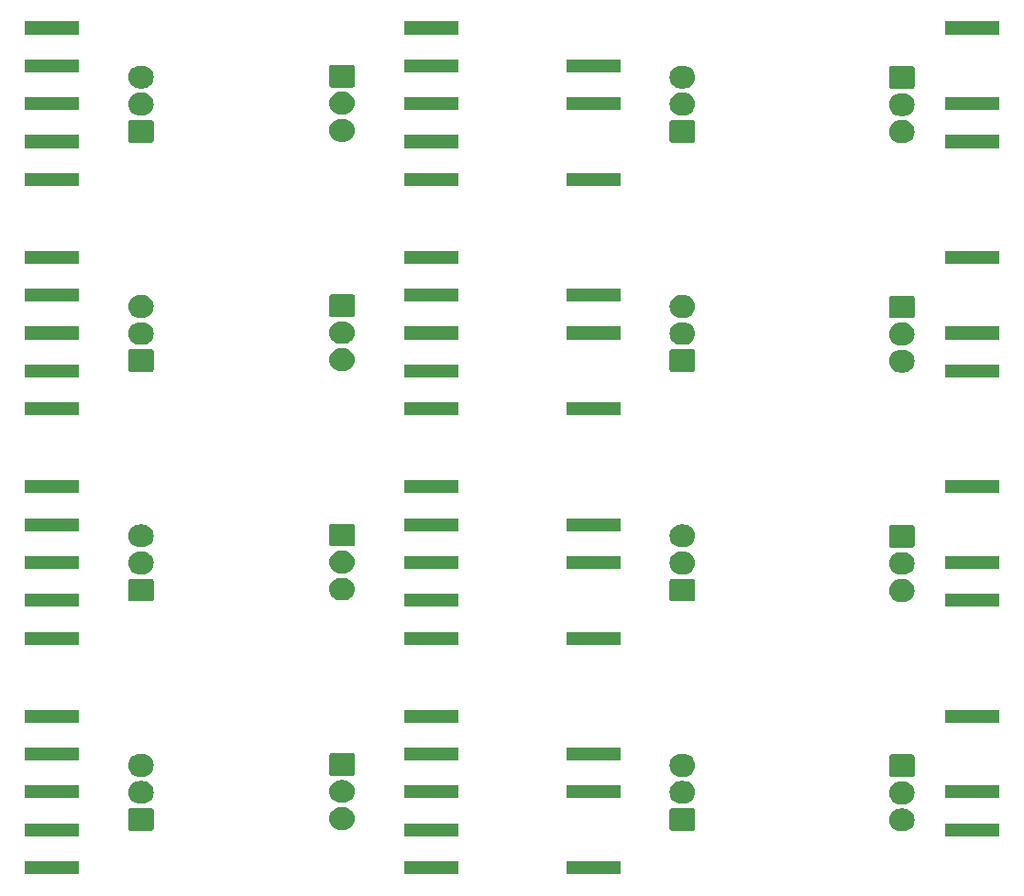
<source format=gts>
G04 #@! TF.GenerationSoftware,KiCad,Pcbnew,(5.1.0)-1*
G04 #@! TF.CreationDate,2019-06-08T19:04:16-04:00*
G04 #@! TF.ProjectId,input+output_panel,696e7075-742b-46f7-9574-7075745f7061,0.1*
G04 #@! TF.SameCoordinates,Original*
G04 #@! TF.FileFunction,Soldermask,Top*
G04 #@! TF.FilePolarity,Negative*
%FSLAX46Y46*%
G04 Gerber Fmt 4.6, Leading zero omitted, Abs format (unit mm)*
G04 Created by KiCad (PCBNEW (5.1.0)-1) date 2019-06-08 19:04:16*
%MOMM*%
%LPD*%
G04 APERTURE LIST*
%ADD10C,0.100000*%
G04 APERTURE END LIST*
D10*
G36*
X148299000Y-121519000D02*
G01*
X143299000Y-121519000D01*
X143299000Y-120319000D01*
X148299000Y-120319000D01*
X148299000Y-121519000D01*
X148299000Y-121519000D01*
G37*
G36*
X98299000Y-121519000D02*
G01*
X93299000Y-121519000D01*
X93299000Y-120319000D01*
X98299000Y-120319000D01*
X98299000Y-121519000D01*
X98299000Y-121519000D01*
G37*
G36*
X133299000Y-121519000D02*
G01*
X128299000Y-121519000D01*
X128299000Y-120319000D01*
X133299000Y-120319000D01*
X133299000Y-121519000D01*
X133299000Y-121519000D01*
G37*
G36*
X98299000Y-118019000D02*
G01*
X93299000Y-118019000D01*
X93299000Y-116819000D01*
X98299000Y-116819000D01*
X98299000Y-118019000D01*
X98299000Y-118019000D01*
G37*
G36*
X183299000Y-118019000D02*
G01*
X178299000Y-118019000D01*
X178299000Y-116819000D01*
X183299000Y-116819000D01*
X183299000Y-118019000D01*
X183299000Y-118019000D01*
G37*
G36*
X133299000Y-118019000D02*
G01*
X128299000Y-118019000D01*
X128299000Y-116819000D01*
X133299000Y-116819000D01*
X133299000Y-118019000D01*
X133299000Y-118019000D01*
G37*
G36*
X174535707Y-115463597D02*
G01*
X174612836Y-115471193D01*
X174810762Y-115531233D01*
X174810765Y-115531234D01*
X174993170Y-115628732D01*
X175153055Y-115759945D01*
X175284268Y-115919830D01*
X175381766Y-116102235D01*
X175381767Y-116102238D01*
X175441807Y-116300164D01*
X175462080Y-116506000D01*
X175441807Y-116711836D01*
X175420291Y-116782765D01*
X175381766Y-116909765D01*
X175284268Y-117092170D01*
X175153055Y-117252055D01*
X174993170Y-117383268D01*
X174810765Y-117480766D01*
X174810762Y-117480767D01*
X174612836Y-117540807D01*
X174535707Y-117548404D01*
X174458580Y-117556000D01*
X174105420Y-117556000D01*
X174028293Y-117548404D01*
X173951164Y-117540807D01*
X173753238Y-117480767D01*
X173753235Y-117480766D01*
X173570830Y-117383268D01*
X173410945Y-117252055D01*
X173279732Y-117092170D01*
X173182234Y-116909765D01*
X173143709Y-116782765D01*
X173122193Y-116711836D01*
X173101920Y-116506000D01*
X173122193Y-116300164D01*
X173182233Y-116102238D01*
X173182234Y-116102235D01*
X173279732Y-115919830D01*
X173410945Y-115759945D01*
X173570830Y-115628732D01*
X173753235Y-115531234D01*
X173753238Y-115531233D01*
X173951164Y-115471193D01*
X174028293Y-115463597D01*
X174105420Y-115456000D01*
X174458580Y-115456000D01*
X174535707Y-115463597D01*
X174535707Y-115463597D01*
G37*
G36*
X155010326Y-115413831D02*
G01*
X155051596Y-115426350D01*
X155089631Y-115446681D01*
X155122964Y-115474036D01*
X155150319Y-115507369D01*
X155170650Y-115545404D01*
X155183169Y-115586674D01*
X155188000Y-115635727D01*
X155188000Y-117282273D01*
X155183169Y-117331326D01*
X155170650Y-117372596D01*
X155150319Y-117410631D01*
X155122964Y-117443964D01*
X155089631Y-117471319D01*
X155051596Y-117491650D01*
X155010326Y-117504169D01*
X154961273Y-117509000D01*
X153064727Y-117509000D01*
X153015674Y-117504169D01*
X152974404Y-117491650D01*
X152936369Y-117471319D01*
X152903036Y-117443964D01*
X152875681Y-117410631D01*
X152855350Y-117372596D01*
X152842831Y-117331326D01*
X152838000Y-117282273D01*
X152838000Y-115635727D01*
X152842831Y-115586674D01*
X152855350Y-115545404D01*
X152875681Y-115507369D01*
X152903036Y-115474036D01*
X152936369Y-115446681D01*
X152974404Y-115426350D01*
X153015674Y-115413831D01*
X153064727Y-115409000D01*
X154961273Y-115409000D01*
X155010326Y-115413831D01*
X155010326Y-115413831D01*
G37*
G36*
X105010326Y-115413831D02*
G01*
X105051596Y-115426350D01*
X105089631Y-115446681D01*
X105122964Y-115474036D01*
X105150319Y-115507369D01*
X105170650Y-115545404D01*
X105183169Y-115586674D01*
X105188000Y-115635727D01*
X105188000Y-117282273D01*
X105183169Y-117331326D01*
X105170650Y-117372596D01*
X105150319Y-117410631D01*
X105122964Y-117443964D01*
X105089631Y-117471319D01*
X105051596Y-117491650D01*
X105010326Y-117504169D01*
X104961273Y-117509000D01*
X103064727Y-117509000D01*
X103015674Y-117504169D01*
X102974404Y-117491650D01*
X102936369Y-117471319D01*
X102903036Y-117443964D01*
X102875681Y-117410631D01*
X102855350Y-117372596D01*
X102842831Y-117331326D01*
X102838000Y-117282273D01*
X102838000Y-115635727D01*
X102842831Y-115586674D01*
X102855350Y-115545404D01*
X102875681Y-115507369D01*
X102903036Y-115474036D01*
X102936369Y-115446681D01*
X102974404Y-115426350D01*
X103015674Y-115413831D01*
X103064727Y-115409000D01*
X104961273Y-115409000D01*
X105010326Y-115413831D01*
X105010326Y-115413831D01*
G37*
G36*
X122838707Y-115336597D02*
G01*
X122915836Y-115344193D01*
X123113762Y-115404233D01*
X123113765Y-115404234D01*
X123296170Y-115501732D01*
X123456055Y-115632945D01*
X123587268Y-115792830D01*
X123684766Y-115975235D01*
X123684767Y-115975238D01*
X123744807Y-116173164D01*
X123765080Y-116379000D01*
X123744807Y-116584836D01*
X123706282Y-116711836D01*
X123684766Y-116782765D01*
X123587268Y-116965170D01*
X123456055Y-117125055D01*
X123296170Y-117256268D01*
X123113765Y-117353766D01*
X123113762Y-117353767D01*
X122915836Y-117413807D01*
X122838707Y-117421403D01*
X122761580Y-117429000D01*
X122408420Y-117429000D01*
X122331293Y-117421403D01*
X122254164Y-117413807D01*
X122056238Y-117353767D01*
X122056235Y-117353766D01*
X121873830Y-117256268D01*
X121713945Y-117125055D01*
X121582732Y-116965170D01*
X121485234Y-116782765D01*
X121463718Y-116711836D01*
X121425193Y-116584836D01*
X121404920Y-116379000D01*
X121425193Y-116173164D01*
X121485233Y-115975238D01*
X121485234Y-115975235D01*
X121582732Y-115792830D01*
X121713945Y-115632945D01*
X121873830Y-115501732D01*
X122056235Y-115404234D01*
X122056238Y-115404233D01*
X122254164Y-115344193D01*
X122331293Y-115336597D01*
X122408420Y-115329000D01*
X122761580Y-115329000D01*
X122838707Y-115336597D01*
X122838707Y-115336597D01*
G37*
G36*
X174535707Y-112963597D02*
G01*
X174612836Y-112971193D01*
X174810762Y-113031233D01*
X174810765Y-113031234D01*
X174993170Y-113128732D01*
X175153055Y-113259945D01*
X175284268Y-113419830D01*
X175381766Y-113602235D01*
X175381767Y-113602238D01*
X175441807Y-113800164D01*
X175462080Y-114006000D01*
X175441807Y-114211836D01*
X175420291Y-114282765D01*
X175381766Y-114409765D01*
X175284268Y-114592170D01*
X175153055Y-114752055D01*
X174993170Y-114883268D01*
X174810765Y-114980766D01*
X174810762Y-114980767D01*
X174612836Y-115040807D01*
X174535707Y-115048404D01*
X174458580Y-115056000D01*
X174105420Y-115056000D01*
X174028293Y-115048404D01*
X173951164Y-115040807D01*
X173753238Y-114980767D01*
X173753235Y-114980766D01*
X173570830Y-114883268D01*
X173410945Y-114752055D01*
X173279732Y-114592170D01*
X173182234Y-114409765D01*
X173143709Y-114282765D01*
X173122193Y-114211836D01*
X173101920Y-114006000D01*
X173122193Y-113800164D01*
X173182233Y-113602238D01*
X173182234Y-113602235D01*
X173279732Y-113419830D01*
X173410945Y-113259945D01*
X173570830Y-113128732D01*
X173753235Y-113031234D01*
X173753238Y-113031233D01*
X173951164Y-112971193D01*
X174028293Y-112963597D01*
X174105420Y-112956000D01*
X174458580Y-112956000D01*
X174535707Y-112963597D01*
X174535707Y-112963597D01*
G37*
G36*
X104266707Y-112916596D02*
G01*
X104343836Y-112924193D01*
X104541762Y-112984233D01*
X104541765Y-112984234D01*
X104724170Y-113081732D01*
X104884055Y-113212945D01*
X105015268Y-113372830D01*
X105112766Y-113555235D01*
X105112767Y-113555238D01*
X105172807Y-113753164D01*
X105193080Y-113959000D01*
X105172807Y-114164836D01*
X105112767Y-114362762D01*
X105112766Y-114362765D01*
X105015268Y-114545170D01*
X104884055Y-114705055D01*
X104724170Y-114836268D01*
X104541765Y-114933766D01*
X104541762Y-114933767D01*
X104343836Y-114993807D01*
X104266707Y-115001403D01*
X104189580Y-115009000D01*
X103836420Y-115009000D01*
X103759293Y-115001403D01*
X103682164Y-114993807D01*
X103484238Y-114933767D01*
X103484235Y-114933766D01*
X103301830Y-114836268D01*
X103141945Y-114705055D01*
X103010732Y-114545170D01*
X102913234Y-114362765D01*
X102913233Y-114362762D01*
X102853193Y-114164836D01*
X102832920Y-113959000D01*
X102853193Y-113753164D01*
X102913233Y-113555238D01*
X102913234Y-113555235D01*
X103010732Y-113372830D01*
X103141945Y-113212945D01*
X103301830Y-113081732D01*
X103484235Y-112984234D01*
X103484238Y-112984233D01*
X103682164Y-112924193D01*
X103759293Y-112916596D01*
X103836420Y-112909000D01*
X104189580Y-112909000D01*
X104266707Y-112916596D01*
X104266707Y-112916596D01*
G37*
G36*
X154266707Y-112916596D02*
G01*
X154343836Y-112924193D01*
X154541762Y-112984233D01*
X154541765Y-112984234D01*
X154724170Y-113081732D01*
X154884055Y-113212945D01*
X155015268Y-113372830D01*
X155112766Y-113555235D01*
X155112767Y-113555238D01*
X155172807Y-113753164D01*
X155193080Y-113959000D01*
X155172807Y-114164836D01*
X155112767Y-114362762D01*
X155112766Y-114362765D01*
X155015268Y-114545170D01*
X154884055Y-114705055D01*
X154724170Y-114836268D01*
X154541765Y-114933766D01*
X154541762Y-114933767D01*
X154343836Y-114993807D01*
X154266707Y-115001403D01*
X154189580Y-115009000D01*
X153836420Y-115009000D01*
X153759293Y-115001403D01*
X153682164Y-114993807D01*
X153484238Y-114933767D01*
X153484235Y-114933766D01*
X153301830Y-114836268D01*
X153141945Y-114705055D01*
X153010732Y-114545170D01*
X152913234Y-114362765D01*
X152913233Y-114362762D01*
X152853193Y-114164836D01*
X152832920Y-113959000D01*
X152853193Y-113753164D01*
X152913233Y-113555238D01*
X152913234Y-113555235D01*
X153010732Y-113372830D01*
X153141945Y-113212945D01*
X153301830Y-113081732D01*
X153484235Y-112984234D01*
X153484238Y-112984233D01*
X153682164Y-112924193D01*
X153759293Y-112916596D01*
X153836420Y-112909000D01*
X154189580Y-112909000D01*
X154266707Y-112916596D01*
X154266707Y-112916596D01*
G37*
G36*
X122838707Y-112836597D02*
G01*
X122915836Y-112844193D01*
X123113762Y-112904233D01*
X123113765Y-112904234D01*
X123296170Y-113001732D01*
X123456055Y-113132945D01*
X123587268Y-113292830D01*
X123684766Y-113475235D01*
X123684767Y-113475238D01*
X123744807Y-113673164D01*
X123765080Y-113879000D01*
X123744807Y-114084836D01*
X123706282Y-114211836D01*
X123684766Y-114282765D01*
X123587268Y-114465170D01*
X123456055Y-114625055D01*
X123296170Y-114756268D01*
X123113765Y-114853766D01*
X123113762Y-114853767D01*
X122915836Y-114913807D01*
X122838707Y-114921404D01*
X122761580Y-114929000D01*
X122408420Y-114929000D01*
X122331293Y-114921404D01*
X122254164Y-114913807D01*
X122056238Y-114853767D01*
X122056235Y-114853766D01*
X121873830Y-114756268D01*
X121713945Y-114625055D01*
X121582732Y-114465170D01*
X121485234Y-114282765D01*
X121463718Y-114211836D01*
X121425193Y-114084836D01*
X121404920Y-113879000D01*
X121425193Y-113673164D01*
X121485233Y-113475238D01*
X121485234Y-113475235D01*
X121582732Y-113292830D01*
X121713945Y-113132945D01*
X121873830Y-113001732D01*
X122056235Y-112904234D01*
X122056238Y-112904233D01*
X122254164Y-112844193D01*
X122331293Y-112836597D01*
X122408420Y-112829000D01*
X122761580Y-112829000D01*
X122838707Y-112836597D01*
X122838707Y-112836597D01*
G37*
G36*
X98299000Y-114519000D02*
G01*
X93299000Y-114519000D01*
X93299000Y-113319000D01*
X98299000Y-113319000D01*
X98299000Y-114519000D01*
X98299000Y-114519000D01*
G37*
G36*
X148299000Y-114519000D02*
G01*
X143299000Y-114519000D01*
X143299000Y-113319000D01*
X148299000Y-113319000D01*
X148299000Y-114519000D01*
X148299000Y-114519000D01*
G37*
G36*
X133299000Y-114519000D02*
G01*
X128299000Y-114519000D01*
X128299000Y-113319000D01*
X133299000Y-113319000D01*
X133299000Y-114519000D01*
X133299000Y-114519000D01*
G37*
G36*
X183299000Y-114519000D02*
G01*
X178299000Y-114519000D01*
X178299000Y-113319000D01*
X183299000Y-113319000D01*
X183299000Y-114519000D01*
X183299000Y-114519000D01*
G37*
G36*
X175279326Y-110460831D02*
G01*
X175320596Y-110473350D01*
X175358631Y-110493681D01*
X175391964Y-110521036D01*
X175419319Y-110554369D01*
X175439650Y-110592404D01*
X175452169Y-110633674D01*
X175457000Y-110682727D01*
X175457000Y-112329273D01*
X175452169Y-112378326D01*
X175439650Y-112419596D01*
X175419319Y-112457631D01*
X175391964Y-112490964D01*
X175358631Y-112518319D01*
X175320596Y-112538650D01*
X175279326Y-112551169D01*
X175230273Y-112556000D01*
X173333727Y-112556000D01*
X173284674Y-112551169D01*
X173243404Y-112538650D01*
X173205369Y-112518319D01*
X173172036Y-112490964D01*
X173144681Y-112457631D01*
X173124350Y-112419596D01*
X173111831Y-112378326D01*
X173107000Y-112329273D01*
X173107000Y-110682727D01*
X173111831Y-110633674D01*
X173124350Y-110592404D01*
X173144681Y-110554369D01*
X173172036Y-110521036D01*
X173205369Y-110493681D01*
X173243404Y-110473350D01*
X173284674Y-110460831D01*
X173333727Y-110456000D01*
X175230273Y-110456000D01*
X175279326Y-110460831D01*
X175279326Y-110460831D01*
G37*
G36*
X154266707Y-110416596D02*
G01*
X154343836Y-110424193D01*
X154541762Y-110484233D01*
X154541765Y-110484234D01*
X154724170Y-110581732D01*
X154884055Y-110712945D01*
X155015268Y-110872830D01*
X155112766Y-111055235D01*
X155112767Y-111055238D01*
X155172807Y-111253164D01*
X155193080Y-111459000D01*
X155172807Y-111664836D01*
X155112767Y-111862762D01*
X155112766Y-111862765D01*
X155015268Y-112045170D01*
X154884055Y-112205055D01*
X154724170Y-112336268D01*
X154541765Y-112433766D01*
X154541762Y-112433767D01*
X154343836Y-112493807D01*
X154266707Y-112501404D01*
X154189580Y-112509000D01*
X153836420Y-112509000D01*
X153759293Y-112501404D01*
X153682164Y-112493807D01*
X153484238Y-112433767D01*
X153484235Y-112433766D01*
X153301830Y-112336268D01*
X153141945Y-112205055D01*
X153010732Y-112045170D01*
X152913234Y-111862765D01*
X152913233Y-111862762D01*
X152853193Y-111664836D01*
X152832920Y-111459000D01*
X152853193Y-111253164D01*
X152913233Y-111055238D01*
X152913234Y-111055235D01*
X153010732Y-110872830D01*
X153141945Y-110712945D01*
X153301830Y-110581732D01*
X153484235Y-110484234D01*
X153484238Y-110484233D01*
X153682164Y-110424193D01*
X153759293Y-110416596D01*
X153836420Y-110409000D01*
X154189580Y-110409000D01*
X154266707Y-110416596D01*
X154266707Y-110416596D01*
G37*
G36*
X104266707Y-110416596D02*
G01*
X104343836Y-110424193D01*
X104541762Y-110484233D01*
X104541765Y-110484234D01*
X104724170Y-110581732D01*
X104884055Y-110712945D01*
X105015268Y-110872830D01*
X105112766Y-111055235D01*
X105112767Y-111055238D01*
X105172807Y-111253164D01*
X105193080Y-111459000D01*
X105172807Y-111664836D01*
X105112767Y-111862762D01*
X105112766Y-111862765D01*
X105015268Y-112045170D01*
X104884055Y-112205055D01*
X104724170Y-112336268D01*
X104541765Y-112433766D01*
X104541762Y-112433767D01*
X104343836Y-112493807D01*
X104266707Y-112501404D01*
X104189580Y-112509000D01*
X103836420Y-112509000D01*
X103759293Y-112501404D01*
X103682164Y-112493807D01*
X103484238Y-112433767D01*
X103484235Y-112433766D01*
X103301830Y-112336268D01*
X103141945Y-112205055D01*
X103010732Y-112045170D01*
X102913234Y-111862765D01*
X102913233Y-111862762D01*
X102853193Y-111664836D01*
X102832920Y-111459000D01*
X102853193Y-111253164D01*
X102913233Y-111055238D01*
X102913234Y-111055235D01*
X103010732Y-110872830D01*
X103141945Y-110712945D01*
X103301830Y-110581732D01*
X103484235Y-110484234D01*
X103484238Y-110484233D01*
X103682164Y-110424193D01*
X103759293Y-110416596D01*
X103836420Y-110409000D01*
X104189580Y-110409000D01*
X104266707Y-110416596D01*
X104266707Y-110416596D01*
G37*
G36*
X123582326Y-110333831D02*
G01*
X123623596Y-110346350D01*
X123661631Y-110366681D01*
X123694964Y-110394036D01*
X123722319Y-110427369D01*
X123742650Y-110465404D01*
X123755169Y-110506674D01*
X123760000Y-110555727D01*
X123760000Y-112202273D01*
X123755169Y-112251326D01*
X123742650Y-112292596D01*
X123722319Y-112330631D01*
X123694964Y-112363964D01*
X123661631Y-112391319D01*
X123623596Y-112411650D01*
X123582326Y-112424169D01*
X123533273Y-112429000D01*
X121636727Y-112429000D01*
X121587674Y-112424169D01*
X121546404Y-112411650D01*
X121508369Y-112391319D01*
X121475036Y-112363964D01*
X121447681Y-112330631D01*
X121427350Y-112292596D01*
X121414831Y-112251326D01*
X121410000Y-112202273D01*
X121410000Y-110555727D01*
X121414831Y-110506674D01*
X121427350Y-110465404D01*
X121447681Y-110427369D01*
X121475036Y-110394036D01*
X121508369Y-110366681D01*
X121546404Y-110346350D01*
X121587674Y-110333831D01*
X121636727Y-110329000D01*
X123533273Y-110329000D01*
X123582326Y-110333831D01*
X123582326Y-110333831D01*
G37*
G36*
X98299000Y-111019000D02*
G01*
X93299000Y-111019000D01*
X93299000Y-109819000D01*
X98299000Y-109819000D01*
X98299000Y-111019000D01*
X98299000Y-111019000D01*
G37*
G36*
X133299000Y-111019000D02*
G01*
X128299000Y-111019000D01*
X128299000Y-109819000D01*
X133299000Y-109819000D01*
X133299000Y-111019000D01*
X133299000Y-111019000D01*
G37*
G36*
X148299000Y-111019000D02*
G01*
X143299000Y-111019000D01*
X143299000Y-109819000D01*
X148299000Y-109819000D01*
X148299000Y-111019000D01*
X148299000Y-111019000D01*
G37*
G36*
X98299000Y-107519000D02*
G01*
X93299000Y-107519000D01*
X93299000Y-106319000D01*
X98299000Y-106319000D01*
X98299000Y-107519000D01*
X98299000Y-107519000D01*
G37*
G36*
X183299000Y-107519000D02*
G01*
X178299000Y-107519000D01*
X178299000Y-106319000D01*
X183299000Y-106319000D01*
X183299000Y-107519000D01*
X183299000Y-107519000D01*
G37*
G36*
X133299000Y-107519000D02*
G01*
X128299000Y-107519000D01*
X128299000Y-106319000D01*
X133299000Y-106319000D01*
X133299000Y-107519000D01*
X133299000Y-107519000D01*
G37*
G36*
X98299000Y-100319000D02*
G01*
X93299000Y-100319000D01*
X93299000Y-99119000D01*
X98299000Y-99119000D01*
X98299000Y-100319000D01*
X98299000Y-100319000D01*
G37*
G36*
X133299000Y-100319000D02*
G01*
X128299000Y-100319000D01*
X128299000Y-99119000D01*
X133299000Y-99119000D01*
X133299000Y-100319000D01*
X133299000Y-100319000D01*
G37*
G36*
X148299000Y-100319000D02*
G01*
X143299000Y-100319000D01*
X143299000Y-99119000D01*
X148299000Y-99119000D01*
X148299000Y-100319000D01*
X148299000Y-100319000D01*
G37*
G36*
X133299000Y-96819000D02*
G01*
X128299000Y-96819000D01*
X128299000Y-95619000D01*
X133299000Y-95619000D01*
X133299000Y-96819000D01*
X133299000Y-96819000D01*
G37*
G36*
X98299000Y-96819000D02*
G01*
X93299000Y-96819000D01*
X93299000Y-95619000D01*
X98299000Y-95619000D01*
X98299000Y-96819000D01*
X98299000Y-96819000D01*
G37*
G36*
X183299000Y-96819000D02*
G01*
X178299000Y-96819000D01*
X178299000Y-95619000D01*
X183299000Y-95619000D01*
X183299000Y-96819000D01*
X183299000Y-96819000D01*
G37*
G36*
X174535707Y-94263596D02*
G01*
X174612836Y-94271193D01*
X174810762Y-94331233D01*
X174810765Y-94331234D01*
X174993170Y-94428732D01*
X175153055Y-94559945D01*
X175284268Y-94719830D01*
X175381766Y-94902235D01*
X175381767Y-94902238D01*
X175441807Y-95100164D01*
X175462080Y-95306000D01*
X175441807Y-95511836D01*
X175420291Y-95582765D01*
X175381766Y-95709765D01*
X175284268Y-95892170D01*
X175153055Y-96052055D01*
X174993170Y-96183268D01*
X174810765Y-96280766D01*
X174810762Y-96280767D01*
X174612836Y-96340807D01*
X174535707Y-96348403D01*
X174458580Y-96356000D01*
X174105420Y-96356000D01*
X174028293Y-96348403D01*
X173951164Y-96340807D01*
X173753238Y-96280767D01*
X173753235Y-96280766D01*
X173570830Y-96183268D01*
X173410945Y-96052055D01*
X173279732Y-95892170D01*
X173182234Y-95709765D01*
X173143709Y-95582765D01*
X173122193Y-95511836D01*
X173101920Y-95306000D01*
X173122193Y-95100164D01*
X173182233Y-94902238D01*
X173182234Y-94902235D01*
X173279732Y-94719830D01*
X173410945Y-94559945D01*
X173570830Y-94428732D01*
X173753235Y-94331234D01*
X173753238Y-94331233D01*
X173951164Y-94271193D01*
X174028293Y-94263596D01*
X174105420Y-94256000D01*
X174458580Y-94256000D01*
X174535707Y-94263596D01*
X174535707Y-94263596D01*
G37*
G36*
X155010326Y-94213831D02*
G01*
X155051596Y-94226350D01*
X155089631Y-94246681D01*
X155122964Y-94274036D01*
X155150319Y-94307369D01*
X155170650Y-94345404D01*
X155183169Y-94386674D01*
X155188000Y-94435727D01*
X155188000Y-96082273D01*
X155183169Y-96131326D01*
X155170650Y-96172596D01*
X155150319Y-96210631D01*
X155122964Y-96243964D01*
X155089631Y-96271319D01*
X155051596Y-96291650D01*
X155010326Y-96304169D01*
X154961273Y-96309000D01*
X153064727Y-96309000D01*
X153015674Y-96304169D01*
X152974404Y-96291650D01*
X152936369Y-96271319D01*
X152903036Y-96243964D01*
X152875681Y-96210631D01*
X152855350Y-96172596D01*
X152842831Y-96131326D01*
X152838000Y-96082273D01*
X152838000Y-94435727D01*
X152842831Y-94386674D01*
X152855350Y-94345404D01*
X152875681Y-94307369D01*
X152903036Y-94274036D01*
X152936369Y-94246681D01*
X152974404Y-94226350D01*
X153015674Y-94213831D01*
X153064727Y-94209000D01*
X154961273Y-94209000D01*
X155010326Y-94213831D01*
X155010326Y-94213831D01*
G37*
G36*
X105010326Y-94213831D02*
G01*
X105051596Y-94226350D01*
X105089631Y-94246681D01*
X105122964Y-94274036D01*
X105150319Y-94307369D01*
X105170650Y-94345404D01*
X105183169Y-94386674D01*
X105188000Y-94435727D01*
X105188000Y-96082273D01*
X105183169Y-96131326D01*
X105170650Y-96172596D01*
X105150319Y-96210631D01*
X105122964Y-96243964D01*
X105089631Y-96271319D01*
X105051596Y-96291650D01*
X105010326Y-96304169D01*
X104961273Y-96309000D01*
X103064727Y-96309000D01*
X103015674Y-96304169D01*
X102974404Y-96291650D01*
X102936369Y-96271319D01*
X102903036Y-96243964D01*
X102875681Y-96210631D01*
X102855350Y-96172596D01*
X102842831Y-96131326D01*
X102838000Y-96082273D01*
X102838000Y-94435727D01*
X102842831Y-94386674D01*
X102855350Y-94345404D01*
X102875681Y-94307369D01*
X102903036Y-94274036D01*
X102936369Y-94246681D01*
X102974404Y-94226350D01*
X103015674Y-94213831D01*
X103064727Y-94209000D01*
X104961273Y-94209000D01*
X105010326Y-94213831D01*
X105010326Y-94213831D01*
G37*
G36*
X122838707Y-94136596D02*
G01*
X122915836Y-94144193D01*
X123113762Y-94204233D01*
X123113765Y-94204234D01*
X123296170Y-94301732D01*
X123456055Y-94432945D01*
X123587268Y-94592830D01*
X123684766Y-94775235D01*
X123684767Y-94775238D01*
X123744807Y-94973164D01*
X123765080Y-95179000D01*
X123744807Y-95384836D01*
X123706282Y-95511836D01*
X123684766Y-95582765D01*
X123587268Y-95765170D01*
X123456055Y-95925055D01*
X123296170Y-96056268D01*
X123113765Y-96153766D01*
X123113762Y-96153767D01*
X122915836Y-96213807D01*
X122838707Y-96221403D01*
X122761580Y-96229000D01*
X122408420Y-96229000D01*
X122331293Y-96221403D01*
X122254164Y-96213807D01*
X122056238Y-96153767D01*
X122056235Y-96153766D01*
X121873830Y-96056268D01*
X121713945Y-95925055D01*
X121582732Y-95765170D01*
X121485234Y-95582765D01*
X121463718Y-95511836D01*
X121425193Y-95384836D01*
X121404920Y-95179000D01*
X121425193Y-94973164D01*
X121485233Y-94775238D01*
X121485234Y-94775235D01*
X121582732Y-94592830D01*
X121713945Y-94432945D01*
X121873830Y-94301732D01*
X122056235Y-94204234D01*
X122056238Y-94204233D01*
X122254164Y-94144193D01*
X122331293Y-94136596D01*
X122408420Y-94129000D01*
X122761580Y-94129000D01*
X122838707Y-94136596D01*
X122838707Y-94136596D01*
G37*
G36*
X174535707Y-91763597D02*
G01*
X174612836Y-91771193D01*
X174810762Y-91831233D01*
X174810765Y-91831234D01*
X174993170Y-91928732D01*
X175153055Y-92059945D01*
X175284268Y-92219830D01*
X175381766Y-92402235D01*
X175381767Y-92402238D01*
X175441807Y-92600164D01*
X175462080Y-92806000D01*
X175441807Y-93011836D01*
X175420291Y-93082765D01*
X175381766Y-93209765D01*
X175284268Y-93392170D01*
X175153055Y-93552055D01*
X174993170Y-93683268D01*
X174810765Y-93780766D01*
X174810762Y-93780767D01*
X174612836Y-93840807D01*
X174535707Y-93848403D01*
X174458580Y-93856000D01*
X174105420Y-93856000D01*
X174028293Y-93848404D01*
X173951164Y-93840807D01*
X173753238Y-93780767D01*
X173753235Y-93780766D01*
X173570830Y-93683268D01*
X173410945Y-93552055D01*
X173279732Y-93392170D01*
X173182234Y-93209765D01*
X173143709Y-93082765D01*
X173122193Y-93011836D01*
X173101920Y-92806000D01*
X173122193Y-92600164D01*
X173182233Y-92402238D01*
X173182234Y-92402235D01*
X173279732Y-92219830D01*
X173410945Y-92059945D01*
X173570830Y-91928732D01*
X173753235Y-91831234D01*
X173753238Y-91831233D01*
X173951164Y-91771193D01*
X174028293Y-91763597D01*
X174105420Y-91756000D01*
X174458580Y-91756000D01*
X174535707Y-91763597D01*
X174535707Y-91763597D01*
G37*
G36*
X104266707Y-91716596D02*
G01*
X104343836Y-91724193D01*
X104541762Y-91784233D01*
X104541765Y-91784234D01*
X104724170Y-91881732D01*
X104884055Y-92012945D01*
X105015268Y-92172830D01*
X105112766Y-92355235D01*
X105112767Y-92355238D01*
X105172807Y-92553164D01*
X105193080Y-92759000D01*
X105172807Y-92964836D01*
X105112767Y-93162762D01*
X105112766Y-93162765D01*
X105015268Y-93345170D01*
X104884055Y-93505055D01*
X104724170Y-93636268D01*
X104541765Y-93733766D01*
X104541762Y-93733767D01*
X104343836Y-93793807D01*
X104266707Y-93801403D01*
X104189580Y-93809000D01*
X103836420Y-93809000D01*
X103759293Y-93801403D01*
X103682164Y-93793807D01*
X103484238Y-93733767D01*
X103484235Y-93733766D01*
X103301830Y-93636268D01*
X103141945Y-93505055D01*
X103010732Y-93345170D01*
X102913234Y-93162765D01*
X102913233Y-93162762D01*
X102853193Y-92964836D01*
X102832920Y-92759000D01*
X102853193Y-92553164D01*
X102913233Y-92355238D01*
X102913234Y-92355235D01*
X103010732Y-92172830D01*
X103141945Y-92012945D01*
X103301830Y-91881732D01*
X103484235Y-91784234D01*
X103484238Y-91784233D01*
X103682164Y-91724193D01*
X103759293Y-91716596D01*
X103836420Y-91709000D01*
X104189580Y-91709000D01*
X104266707Y-91716596D01*
X104266707Y-91716596D01*
G37*
G36*
X154266707Y-91716596D02*
G01*
X154343836Y-91724193D01*
X154541762Y-91784233D01*
X154541765Y-91784234D01*
X154724170Y-91881732D01*
X154884055Y-92012945D01*
X155015268Y-92172830D01*
X155112766Y-92355235D01*
X155112767Y-92355238D01*
X155172807Y-92553164D01*
X155193080Y-92759000D01*
X155172807Y-92964836D01*
X155112767Y-93162762D01*
X155112766Y-93162765D01*
X155015268Y-93345170D01*
X154884055Y-93505055D01*
X154724170Y-93636268D01*
X154541765Y-93733766D01*
X154541762Y-93733767D01*
X154343836Y-93793807D01*
X154266707Y-93801404D01*
X154189580Y-93809000D01*
X153836420Y-93809000D01*
X153759293Y-93801403D01*
X153682164Y-93793807D01*
X153484238Y-93733767D01*
X153484235Y-93733766D01*
X153301830Y-93636268D01*
X153141945Y-93505055D01*
X153010732Y-93345170D01*
X152913234Y-93162765D01*
X152913233Y-93162762D01*
X152853193Y-92964836D01*
X152832920Y-92759000D01*
X152853193Y-92553164D01*
X152913233Y-92355238D01*
X152913234Y-92355235D01*
X153010732Y-92172830D01*
X153141945Y-92012945D01*
X153301830Y-91881732D01*
X153484235Y-91784234D01*
X153484238Y-91784233D01*
X153682164Y-91724193D01*
X153759293Y-91716597D01*
X153836420Y-91709000D01*
X154189580Y-91709000D01*
X154266707Y-91716596D01*
X154266707Y-91716596D01*
G37*
G36*
X122838707Y-91636596D02*
G01*
X122915836Y-91644193D01*
X123113762Y-91704233D01*
X123113765Y-91704234D01*
X123296170Y-91801732D01*
X123456055Y-91932945D01*
X123587268Y-92092830D01*
X123684766Y-92275235D01*
X123684767Y-92275238D01*
X123744807Y-92473164D01*
X123765080Y-92679000D01*
X123744807Y-92884836D01*
X123706282Y-93011836D01*
X123684766Y-93082765D01*
X123587268Y-93265170D01*
X123456055Y-93425055D01*
X123296170Y-93556268D01*
X123113765Y-93653766D01*
X123113762Y-93653767D01*
X122915836Y-93713807D01*
X122838707Y-93721404D01*
X122761580Y-93729000D01*
X122408420Y-93729000D01*
X122331293Y-93721403D01*
X122254164Y-93713807D01*
X122056238Y-93653767D01*
X122056235Y-93653766D01*
X121873830Y-93556268D01*
X121713945Y-93425055D01*
X121582732Y-93265170D01*
X121485234Y-93082765D01*
X121463718Y-93011836D01*
X121425193Y-92884836D01*
X121404920Y-92679000D01*
X121425193Y-92473164D01*
X121485233Y-92275238D01*
X121485234Y-92275235D01*
X121582732Y-92092830D01*
X121713945Y-91932945D01*
X121873830Y-91801732D01*
X122056235Y-91704234D01*
X122056238Y-91704233D01*
X122254164Y-91644193D01*
X122331293Y-91636596D01*
X122408420Y-91629000D01*
X122761580Y-91629000D01*
X122838707Y-91636596D01*
X122838707Y-91636596D01*
G37*
G36*
X133299000Y-93319000D02*
G01*
X128299000Y-93319000D01*
X128299000Y-92119000D01*
X133299000Y-92119000D01*
X133299000Y-93319000D01*
X133299000Y-93319000D01*
G37*
G36*
X98299000Y-93319000D02*
G01*
X93299000Y-93319000D01*
X93299000Y-92119000D01*
X98299000Y-92119000D01*
X98299000Y-93319000D01*
X98299000Y-93319000D01*
G37*
G36*
X148299000Y-93319000D02*
G01*
X143299000Y-93319000D01*
X143299000Y-92119000D01*
X148299000Y-92119000D01*
X148299000Y-93319000D01*
X148299000Y-93319000D01*
G37*
G36*
X183299000Y-93319000D02*
G01*
X178299000Y-93319000D01*
X178299000Y-92119000D01*
X183299000Y-92119000D01*
X183299000Y-93319000D01*
X183299000Y-93319000D01*
G37*
G36*
X175279326Y-89260831D02*
G01*
X175320596Y-89273350D01*
X175358631Y-89293681D01*
X175391964Y-89321036D01*
X175419319Y-89354369D01*
X175439650Y-89392404D01*
X175452169Y-89433674D01*
X175457000Y-89482727D01*
X175457000Y-91129273D01*
X175452169Y-91178326D01*
X175439650Y-91219596D01*
X175419319Y-91257631D01*
X175391964Y-91290964D01*
X175358631Y-91318319D01*
X175320596Y-91338650D01*
X175279326Y-91351169D01*
X175230273Y-91356000D01*
X173333727Y-91356000D01*
X173284674Y-91351169D01*
X173243404Y-91338650D01*
X173205369Y-91318319D01*
X173172036Y-91290964D01*
X173144681Y-91257631D01*
X173124350Y-91219596D01*
X173111831Y-91178326D01*
X173107000Y-91129273D01*
X173107000Y-89482727D01*
X173111831Y-89433674D01*
X173124350Y-89392404D01*
X173144681Y-89354369D01*
X173172036Y-89321036D01*
X173205369Y-89293681D01*
X173243404Y-89273350D01*
X173284674Y-89260831D01*
X173333727Y-89256000D01*
X175230273Y-89256000D01*
X175279326Y-89260831D01*
X175279326Y-89260831D01*
G37*
G36*
X104266707Y-89216596D02*
G01*
X104343836Y-89224193D01*
X104541762Y-89284233D01*
X104541765Y-89284234D01*
X104724170Y-89381732D01*
X104884055Y-89512945D01*
X105015268Y-89672830D01*
X105112766Y-89855235D01*
X105112767Y-89855238D01*
X105172807Y-90053164D01*
X105193080Y-90259000D01*
X105172807Y-90464836D01*
X105112767Y-90662762D01*
X105112766Y-90662765D01*
X105015268Y-90845170D01*
X104884055Y-91005055D01*
X104724170Y-91136268D01*
X104541765Y-91233766D01*
X104541762Y-91233767D01*
X104343836Y-91293807D01*
X104266707Y-91301403D01*
X104189580Y-91309000D01*
X103836420Y-91309000D01*
X103759293Y-91301403D01*
X103682164Y-91293807D01*
X103484238Y-91233767D01*
X103484235Y-91233766D01*
X103301830Y-91136268D01*
X103141945Y-91005055D01*
X103010732Y-90845170D01*
X102913234Y-90662765D01*
X102913233Y-90662762D01*
X102853193Y-90464836D01*
X102832920Y-90259000D01*
X102853193Y-90053164D01*
X102913233Y-89855238D01*
X102913234Y-89855235D01*
X103010732Y-89672830D01*
X103141945Y-89512945D01*
X103301830Y-89381732D01*
X103484235Y-89284234D01*
X103484238Y-89284233D01*
X103682164Y-89224193D01*
X103759293Y-89216596D01*
X103836420Y-89209000D01*
X104189580Y-89209000D01*
X104266707Y-89216596D01*
X104266707Y-89216596D01*
G37*
G36*
X154266707Y-89216596D02*
G01*
X154343836Y-89224193D01*
X154541762Y-89284233D01*
X154541765Y-89284234D01*
X154724170Y-89381732D01*
X154884055Y-89512945D01*
X155015268Y-89672830D01*
X155112766Y-89855235D01*
X155112767Y-89855238D01*
X155172807Y-90053164D01*
X155193080Y-90259000D01*
X155172807Y-90464836D01*
X155112767Y-90662762D01*
X155112766Y-90662765D01*
X155015268Y-90845170D01*
X154884055Y-91005055D01*
X154724170Y-91136268D01*
X154541765Y-91233766D01*
X154541762Y-91233767D01*
X154343836Y-91293807D01*
X154266707Y-91301404D01*
X154189580Y-91309000D01*
X153836420Y-91309000D01*
X153759293Y-91301403D01*
X153682164Y-91293807D01*
X153484238Y-91233767D01*
X153484235Y-91233766D01*
X153301830Y-91136268D01*
X153141945Y-91005055D01*
X153010732Y-90845170D01*
X152913234Y-90662765D01*
X152913233Y-90662762D01*
X152853193Y-90464836D01*
X152832920Y-90259000D01*
X152853193Y-90053164D01*
X152913233Y-89855238D01*
X152913234Y-89855235D01*
X153010732Y-89672830D01*
X153141945Y-89512945D01*
X153301830Y-89381732D01*
X153484235Y-89284234D01*
X153484238Y-89284233D01*
X153682164Y-89224193D01*
X153759293Y-89216596D01*
X153836420Y-89209000D01*
X154189580Y-89209000D01*
X154266707Y-89216596D01*
X154266707Y-89216596D01*
G37*
G36*
X123582326Y-89133831D02*
G01*
X123623596Y-89146350D01*
X123661631Y-89166681D01*
X123694964Y-89194036D01*
X123722319Y-89227369D01*
X123742650Y-89265404D01*
X123755169Y-89306674D01*
X123760000Y-89355727D01*
X123760000Y-91002273D01*
X123755169Y-91051326D01*
X123742650Y-91092596D01*
X123722319Y-91130631D01*
X123694964Y-91163964D01*
X123661631Y-91191319D01*
X123623596Y-91211650D01*
X123582326Y-91224169D01*
X123533273Y-91229000D01*
X121636727Y-91229000D01*
X121587674Y-91224169D01*
X121546404Y-91211650D01*
X121508369Y-91191319D01*
X121475036Y-91163964D01*
X121447681Y-91130631D01*
X121427350Y-91092596D01*
X121414831Y-91051326D01*
X121410000Y-91002273D01*
X121410000Y-89355727D01*
X121414831Y-89306674D01*
X121427350Y-89265404D01*
X121447681Y-89227369D01*
X121475036Y-89194036D01*
X121508369Y-89166681D01*
X121546404Y-89146350D01*
X121587674Y-89133831D01*
X121636727Y-89129000D01*
X123533273Y-89129000D01*
X123582326Y-89133831D01*
X123582326Y-89133831D01*
G37*
G36*
X148299000Y-89819000D02*
G01*
X143299000Y-89819000D01*
X143299000Y-88619000D01*
X148299000Y-88619000D01*
X148299000Y-89819000D01*
X148299000Y-89819000D01*
G37*
G36*
X98299000Y-89819000D02*
G01*
X93299000Y-89819000D01*
X93299000Y-88619000D01*
X98299000Y-88619000D01*
X98299000Y-89819000D01*
X98299000Y-89819000D01*
G37*
G36*
X133299000Y-89819000D02*
G01*
X128299000Y-89819000D01*
X128299000Y-88619000D01*
X133299000Y-88619000D01*
X133299000Y-89819000D01*
X133299000Y-89819000D01*
G37*
G36*
X98299000Y-86319000D02*
G01*
X93299000Y-86319000D01*
X93299000Y-85119000D01*
X98299000Y-85119000D01*
X98299000Y-86319000D01*
X98299000Y-86319000D01*
G37*
G36*
X133299000Y-86319000D02*
G01*
X128299000Y-86319000D01*
X128299000Y-85119000D01*
X133299000Y-85119000D01*
X133299000Y-86319000D01*
X133299000Y-86319000D01*
G37*
G36*
X183299000Y-86319000D02*
G01*
X178299000Y-86319000D01*
X178299000Y-85119000D01*
X183299000Y-85119000D01*
X183299000Y-86319000D01*
X183299000Y-86319000D01*
G37*
G36*
X133299000Y-79119000D02*
G01*
X128299000Y-79119000D01*
X128299000Y-77919000D01*
X133299000Y-77919000D01*
X133299000Y-79119000D01*
X133299000Y-79119000D01*
G37*
G36*
X148299000Y-79119000D02*
G01*
X143299000Y-79119000D01*
X143299000Y-77919000D01*
X148299000Y-77919000D01*
X148299000Y-79119000D01*
X148299000Y-79119000D01*
G37*
G36*
X98299000Y-79119000D02*
G01*
X93299000Y-79119000D01*
X93299000Y-77919000D01*
X98299000Y-77919000D01*
X98299000Y-79119000D01*
X98299000Y-79119000D01*
G37*
G36*
X133299000Y-75619000D02*
G01*
X128299000Y-75619000D01*
X128299000Y-74419000D01*
X133299000Y-74419000D01*
X133299000Y-75619000D01*
X133299000Y-75619000D01*
G37*
G36*
X183299000Y-75619000D02*
G01*
X178299000Y-75619000D01*
X178299000Y-74419000D01*
X183299000Y-74419000D01*
X183299000Y-75619000D01*
X183299000Y-75619000D01*
G37*
G36*
X98299000Y-75619000D02*
G01*
X93299000Y-75619000D01*
X93299000Y-74419000D01*
X98299000Y-74419000D01*
X98299000Y-75619000D01*
X98299000Y-75619000D01*
G37*
G36*
X174535707Y-73063597D02*
G01*
X174612836Y-73071193D01*
X174810762Y-73131233D01*
X174810765Y-73131234D01*
X174993170Y-73228732D01*
X175153055Y-73359945D01*
X175284268Y-73519830D01*
X175381766Y-73702235D01*
X175381767Y-73702238D01*
X175441807Y-73900164D01*
X175462080Y-74106000D01*
X175441807Y-74311836D01*
X175420291Y-74382765D01*
X175381766Y-74509765D01*
X175284268Y-74692170D01*
X175153055Y-74852055D01*
X174993170Y-74983268D01*
X174810765Y-75080766D01*
X174810762Y-75080767D01*
X174612836Y-75140807D01*
X174535707Y-75148404D01*
X174458580Y-75156000D01*
X174105420Y-75156000D01*
X174028293Y-75148404D01*
X173951164Y-75140807D01*
X173753238Y-75080767D01*
X173753235Y-75080766D01*
X173570830Y-74983268D01*
X173410945Y-74852055D01*
X173279732Y-74692170D01*
X173182234Y-74509765D01*
X173143709Y-74382765D01*
X173122193Y-74311836D01*
X173101920Y-74106000D01*
X173122193Y-73900164D01*
X173182233Y-73702238D01*
X173182234Y-73702235D01*
X173279732Y-73519830D01*
X173410945Y-73359945D01*
X173570830Y-73228732D01*
X173753235Y-73131234D01*
X173753238Y-73131233D01*
X173951164Y-73071193D01*
X174028293Y-73063597D01*
X174105420Y-73056000D01*
X174458580Y-73056000D01*
X174535707Y-73063597D01*
X174535707Y-73063597D01*
G37*
G36*
X155010326Y-73013831D02*
G01*
X155051596Y-73026350D01*
X155089631Y-73046681D01*
X155122964Y-73074036D01*
X155150319Y-73107369D01*
X155170650Y-73145404D01*
X155183169Y-73186674D01*
X155188000Y-73235727D01*
X155188000Y-74882273D01*
X155183169Y-74931326D01*
X155170650Y-74972596D01*
X155150319Y-75010631D01*
X155122964Y-75043964D01*
X155089631Y-75071319D01*
X155051596Y-75091650D01*
X155010326Y-75104169D01*
X154961273Y-75109000D01*
X153064727Y-75109000D01*
X153015674Y-75104169D01*
X152974404Y-75091650D01*
X152936369Y-75071319D01*
X152903036Y-75043964D01*
X152875681Y-75010631D01*
X152855350Y-74972596D01*
X152842831Y-74931326D01*
X152838000Y-74882273D01*
X152838000Y-73235727D01*
X152842831Y-73186674D01*
X152855350Y-73145404D01*
X152875681Y-73107369D01*
X152903036Y-73074036D01*
X152936369Y-73046681D01*
X152974404Y-73026350D01*
X153015674Y-73013831D01*
X153064727Y-73009000D01*
X154961273Y-73009000D01*
X155010326Y-73013831D01*
X155010326Y-73013831D01*
G37*
G36*
X105010326Y-73013831D02*
G01*
X105051596Y-73026350D01*
X105089631Y-73046681D01*
X105122964Y-73074036D01*
X105150319Y-73107369D01*
X105170650Y-73145404D01*
X105183169Y-73186674D01*
X105188000Y-73235727D01*
X105188000Y-74882273D01*
X105183169Y-74931326D01*
X105170650Y-74972596D01*
X105150319Y-75010631D01*
X105122964Y-75043964D01*
X105089631Y-75071319D01*
X105051596Y-75091650D01*
X105010326Y-75104169D01*
X104961273Y-75109000D01*
X103064727Y-75109000D01*
X103015674Y-75104169D01*
X102974404Y-75091650D01*
X102936369Y-75071319D01*
X102903036Y-75043964D01*
X102875681Y-75010631D01*
X102855350Y-74972596D01*
X102842831Y-74931326D01*
X102838000Y-74882273D01*
X102838000Y-73235727D01*
X102842831Y-73186674D01*
X102855350Y-73145404D01*
X102875681Y-73107369D01*
X102903036Y-73074036D01*
X102936369Y-73046681D01*
X102974404Y-73026350D01*
X103015674Y-73013831D01*
X103064727Y-73009000D01*
X104961273Y-73009000D01*
X105010326Y-73013831D01*
X105010326Y-73013831D01*
G37*
G36*
X122838707Y-72936597D02*
G01*
X122915836Y-72944193D01*
X123113762Y-73004233D01*
X123113765Y-73004234D01*
X123296170Y-73101732D01*
X123456055Y-73232945D01*
X123587268Y-73392830D01*
X123684766Y-73575235D01*
X123684767Y-73575238D01*
X123744807Y-73773164D01*
X123765080Y-73979000D01*
X123744807Y-74184836D01*
X123706282Y-74311836D01*
X123684766Y-74382765D01*
X123587268Y-74565170D01*
X123456055Y-74725055D01*
X123296170Y-74856268D01*
X123113765Y-74953766D01*
X123113762Y-74953767D01*
X122915836Y-75013807D01*
X122838707Y-75021403D01*
X122761580Y-75029000D01*
X122408420Y-75029000D01*
X122331293Y-75021403D01*
X122254164Y-75013807D01*
X122056238Y-74953767D01*
X122056235Y-74953766D01*
X121873830Y-74856268D01*
X121713945Y-74725055D01*
X121582732Y-74565170D01*
X121485234Y-74382765D01*
X121463718Y-74311836D01*
X121425193Y-74184836D01*
X121404920Y-73979000D01*
X121425193Y-73773164D01*
X121485233Y-73575238D01*
X121485234Y-73575235D01*
X121582732Y-73392830D01*
X121713945Y-73232945D01*
X121873830Y-73101732D01*
X122056235Y-73004234D01*
X122056238Y-73004233D01*
X122254164Y-72944193D01*
X122331293Y-72936597D01*
X122408420Y-72929000D01*
X122761580Y-72929000D01*
X122838707Y-72936597D01*
X122838707Y-72936597D01*
G37*
G36*
X174535707Y-70563596D02*
G01*
X174612836Y-70571193D01*
X174810762Y-70631233D01*
X174810765Y-70631234D01*
X174993170Y-70728732D01*
X175153055Y-70859945D01*
X175284268Y-71019830D01*
X175381766Y-71202235D01*
X175381767Y-71202238D01*
X175441807Y-71400164D01*
X175462080Y-71606000D01*
X175441807Y-71811836D01*
X175420291Y-71882765D01*
X175381766Y-72009765D01*
X175284268Y-72192170D01*
X175153055Y-72352055D01*
X174993170Y-72483268D01*
X174810765Y-72580766D01*
X174810762Y-72580767D01*
X174612836Y-72640807D01*
X174535707Y-72648404D01*
X174458580Y-72656000D01*
X174105420Y-72656000D01*
X174028293Y-72648404D01*
X173951164Y-72640807D01*
X173753238Y-72580767D01*
X173753235Y-72580766D01*
X173570830Y-72483268D01*
X173410945Y-72352055D01*
X173279732Y-72192170D01*
X173182234Y-72009765D01*
X173143709Y-71882765D01*
X173122193Y-71811836D01*
X173101920Y-71606000D01*
X173122193Y-71400164D01*
X173182233Y-71202238D01*
X173182234Y-71202235D01*
X173279732Y-71019830D01*
X173410945Y-70859945D01*
X173570830Y-70728732D01*
X173753235Y-70631234D01*
X173753238Y-70631233D01*
X173951164Y-70571193D01*
X174028293Y-70563596D01*
X174105420Y-70556000D01*
X174458580Y-70556000D01*
X174535707Y-70563596D01*
X174535707Y-70563596D01*
G37*
G36*
X154266707Y-70516596D02*
G01*
X154343836Y-70524193D01*
X154541762Y-70584233D01*
X154541765Y-70584234D01*
X154724170Y-70681732D01*
X154884055Y-70812945D01*
X155015268Y-70972830D01*
X155112766Y-71155235D01*
X155112767Y-71155238D01*
X155172807Y-71353164D01*
X155193080Y-71559000D01*
X155172807Y-71764836D01*
X155112767Y-71962762D01*
X155112766Y-71962765D01*
X155015268Y-72145170D01*
X154884055Y-72305055D01*
X154724170Y-72436268D01*
X154541765Y-72533766D01*
X154541762Y-72533767D01*
X154343836Y-72593807D01*
X154266707Y-72601403D01*
X154189580Y-72609000D01*
X153836420Y-72609000D01*
X153759293Y-72601403D01*
X153682164Y-72593807D01*
X153484238Y-72533767D01*
X153484235Y-72533766D01*
X153301830Y-72436268D01*
X153141945Y-72305055D01*
X153010732Y-72145170D01*
X152913234Y-71962765D01*
X152913233Y-71962762D01*
X152853193Y-71764836D01*
X152832920Y-71559000D01*
X152853193Y-71353164D01*
X152913233Y-71155238D01*
X152913234Y-71155235D01*
X153010732Y-70972830D01*
X153141945Y-70812945D01*
X153301830Y-70681732D01*
X153484235Y-70584234D01*
X153484238Y-70584233D01*
X153682164Y-70524193D01*
X153759293Y-70516596D01*
X153836420Y-70509000D01*
X154189580Y-70509000D01*
X154266707Y-70516596D01*
X154266707Y-70516596D01*
G37*
G36*
X104266707Y-70516596D02*
G01*
X104343836Y-70524193D01*
X104541762Y-70584233D01*
X104541765Y-70584234D01*
X104724170Y-70681732D01*
X104884055Y-70812945D01*
X105015268Y-70972830D01*
X105112766Y-71155235D01*
X105112767Y-71155238D01*
X105172807Y-71353164D01*
X105193080Y-71559000D01*
X105172807Y-71764836D01*
X105112767Y-71962762D01*
X105112766Y-71962765D01*
X105015268Y-72145170D01*
X104884055Y-72305055D01*
X104724170Y-72436268D01*
X104541765Y-72533766D01*
X104541762Y-72533767D01*
X104343836Y-72593807D01*
X104266707Y-72601403D01*
X104189580Y-72609000D01*
X103836420Y-72609000D01*
X103759293Y-72601403D01*
X103682164Y-72593807D01*
X103484238Y-72533767D01*
X103484235Y-72533766D01*
X103301830Y-72436268D01*
X103141945Y-72305055D01*
X103010732Y-72145170D01*
X102913234Y-71962765D01*
X102913233Y-71962762D01*
X102853193Y-71764836D01*
X102832920Y-71559000D01*
X102853193Y-71353164D01*
X102913233Y-71155238D01*
X102913234Y-71155235D01*
X103010732Y-70972830D01*
X103141945Y-70812945D01*
X103301830Y-70681732D01*
X103484235Y-70584234D01*
X103484238Y-70584233D01*
X103682164Y-70524193D01*
X103759293Y-70516596D01*
X103836420Y-70509000D01*
X104189580Y-70509000D01*
X104266707Y-70516596D01*
X104266707Y-70516596D01*
G37*
G36*
X122838707Y-70436597D02*
G01*
X122915836Y-70444193D01*
X123113762Y-70504233D01*
X123113765Y-70504234D01*
X123296170Y-70601732D01*
X123456055Y-70732945D01*
X123587268Y-70892830D01*
X123684766Y-71075235D01*
X123684767Y-71075238D01*
X123744807Y-71273164D01*
X123765080Y-71479000D01*
X123744807Y-71684836D01*
X123706282Y-71811836D01*
X123684766Y-71882765D01*
X123587268Y-72065170D01*
X123456055Y-72225055D01*
X123296170Y-72356268D01*
X123113765Y-72453766D01*
X123113762Y-72453767D01*
X122915836Y-72513807D01*
X122838707Y-72521404D01*
X122761580Y-72529000D01*
X122408420Y-72529000D01*
X122331293Y-72521404D01*
X122254164Y-72513807D01*
X122056238Y-72453767D01*
X122056235Y-72453766D01*
X121873830Y-72356268D01*
X121713945Y-72225055D01*
X121582732Y-72065170D01*
X121485234Y-71882765D01*
X121463718Y-71811836D01*
X121425193Y-71684836D01*
X121404920Y-71479000D01*
X121425193Y-71273164D01*
X121485233Y-71075238D01*
X121485234Y-71075235D01*
X121582732Y-70892830D01*
X121713945Y-70732945D01*
X121873830Y-70601732D01*
X122056235Y-70504234D01*
X122056238Y-70504233D01*
X122254164Y-70444193D01*
X122331293Y-70436597D01*
X122408420Y-70429000D01*
X122761580Y-70429000D01*
X122838707Y-70436597D01*
X122838707Y-70436597D01*
G37*
G36*
X98299000Y-72119000D02*
G01*
X93299000Y-72119000D01*
X93299000Y-70919000D01*
X98299000Y-70919000D01*
X98299000Y-72119000D01*
X98299000Y-72119000D01*
G37*
G36*
X148299000Y-72119000D02*
G01*
X143299000Y-72119000D01*
X143299000Y-70919000D01*
X148299000Y-70919000D01*
X148299000Y-72119000D01*
X148299000Y-72119000D01*
G37*
G36*
X133299000Y-72119000D02*
G01*
X128299000Y-72119000D01*
X128299000Y-70919000D01*
X133299000Y-70919000D01*
X133299000Y-72119000D01*
X133299000Y-72119000D01*
G37*
G36*
X183299000Y-72119000D02*
G01*
X178299000Y-72119000D01*
X178299000Y-70919000D01*
X183299000Y-70919000D01*
X183299000Y-72119000D01*
X183299000Y-72119000D01*
G37*
G36*
X175279326Y-68060831D02*
G01*
X175320596Y-68073350D01*
X175358631Y-68093681D01*
X175391964Y-68121036D01*
X175419319Y-68154369D01*
X175439650Y-68192404D01*
X175452169Y-68233674D01*
X175457000Y-68282727D01*
X175457000Y-69929273D01*
X175452169Y-69978326D01*
X175439650Y-70019596D01*
X175419319Y-70057631D01*
X175391964Y-70090964D01*
X175358631Y-70118319D01*
X175320596Y-70138650D01*
X175279326Y-70151169D01*
X175230273Y-70156000D01*
X173333727Y-70156000D01*
X173284674Y-70151169D01*
X173243404Y-70138650D01*
X173205369Y-70118319D01*
X173172036Y-70090964D01*
X173144681Y-70057631D01*
X173124350Y-70019596D01*
X173111831Y-69978326D01*
X173107000Y-69929273D01*
X173107000Y-68282727D01*
X173111831Y-68233674D01*
X173124350Y-68192404D01*
X173144681Y-68154369D01*
X173172036Y-68121036D01*
X173205369Y-68093681D01*
X173243404Y-68073350D01*
X173284674Y-68060831D01*
X173333727Y-68056000D01*
X175230273Y-68056000D01*
X175279326Y-68060831D01*
X175279326Y-68060831D01*
G37*
G36*
X154266707Y-68016596D02*
G01*
X154343836Y-68024193D01*
X154541762Y-68084233D01*
X154541765Y-68084234D01*
X154724170Y-68181732D01*
X154884055Y-68312945D01*
X155015268Y-68472830D01*
X155112766Y-68655235D01*
X155112767Y-68655238D01*
X155172807Y-68853164D01*
X155193080Y-69059000D01*
X155172807Y-69264836D01*
X155112767Y-69462762D01*
X155112766Y-69462765D01*
X155015268Y-69645170D01*
X154884055Y-69805055D01*
X154724170Y-69936268D01*
X154541765Y-70033766D01*
X154541762Y-70033767D01*
X154343836Y-70093807D01*
X154266707Y-70101403D01*
X154189580Y-70109000D01*
X153836420Y-70109000D01*
X153759293Y-70101403D01*
X153682164Y-70093807D01*
X153484238Y-70033767D01*
X153484235Y-70033766D01*
X153301830Y-69936268D01*
X153141945Y-69805055D01*
X153010732Y-69645170D01*
X152913234Y-69462765D01*
X152913233Y-69462762D01*
X152853193Y-69264836D01*
X152832920Y-69059000D01*
X152853193Y-68853164D01*
X152913233Y-68655238D01*
X152913234Y-68655235D01*
X153010732Y-68472830D01*
X153141945Y-68312945D01*
X153301830Y-68181732D01*
X153484235Y-68084234D01*
X153484238Y-68084233D01*
X153682164Y-68024193D01*
X153759293Y-68016596D01*
X153836420Y-68009000D01*
X154189580Y-68009000D01*
X154266707Y-68016596D01*
X154266707Y-68016596D01*
G37*
G36*
X104266707Y-68016596D02*
G01*
X104343836Y-68024193D01*
X104541762Y-68084233D01*
X104541765Y-68084234D01*
X104724170Y-68181732D01*
X104884055Y-68312945D01*
X105015268Y-68472830D01*
X105112766Y-68655235D01*
X105112767Y-68655238D01*
X105172807Y-68853164D01*
X105193080Y-69059000D01*
X105172807Y-69264836D01*
X105112767Y-69462762D01*
X105112766Y-69462765D01*
X105015268Y-69645170D01*
X104884055Y-69805055D01*
X104724170Y-69936268D01*
X104541765Y-70033766D01*
X104541762Y-70033767D01*
X104343836Y-70093807D01*
X104266707Y-70101403D01*
X104189580Y-70109000D01*
X103836420Y-70109000D01*
X103759293Y-70101403D01*
X103682164Y-70093807D01*
X103484238Y-70033767D01*
X103484235Y-70033766D01*
X103301830Y-69936268D01*
X103141945Y-69805055D01*
X103010732Y-69645170D01*
X102913234Y-69462765D01*
X102913233Y-69462762D01*
X102853193Y-69264836D01*
X102832920Y-69059000D01*
X102853193Y-68853164D01*
X102913233Y-68655238D01*
X102913234Y-68655235D01*
X103010732Y-68472830D01*
X103141945Y-68312945D01*
X103301830Y-68181732D01*
X103484235Y-68084234D01*
X103484238Y-68084233D01*
X103682164Y-68024193D01*
X103759293Y-68016596D01*
X103836420Y-68009000D01*
X104189580Y-68009000D01*
X104266707Y-68016596D01*
X104266707Y-68016596D01*
G37*
G36*
X123582326Y-67933831D02*
G01*
X123623596Y-67946350D01*
X123661631Y-67966681D01*
X123694964Y-67994036D01*
X123722319Y-68027369D01*
X123742650Y-68065404D01*
X123755169Y-68106674D01*
X123760000Y-68155727D01*
X123760000Y-69802273D01*
X123755169Y-69851326D01*
X123742650Y-69892596D01*
X123722319Y-69930631D01*
X123694964Y-69963964D01*
X123661631Y-69991319D01*
X123623596Y-70011650D01*
X123582326Y-70024169D01*
X123533273Y-70029000D01*
X121636727Y-70029000D01*
X121587674Y-70024169D01*
X121546404Y-70011650D01*
X121508369Y-69991319D01*
X121475036Y-69963964D01*
X121447681Y-69930631D01*
X121427350Y-69892596D01*
X121414831Y-69851326D01*
X121410000Y-69802273D01*
X121410000Y-68155727D01*
X121414831Y-68106674D01*
X121427350Y-68065404D01*
X121447681Y-68027369D01*
X121475036Y-67994036D01*
X121508369Y-67966681D01*
X121546404Y-67946350D01*
X121587674Y-67933831D01*
X121636727Y-67929000D01*
X123533273Y-67929000D01*
X123582326Y-67933831D01*
X123582326Y-67933831D01*
G37*
G36*
X148299000Y-68619000D02*
G01*
X143299000Y-68619000D01*
X143299000Y-67419000D01*
X148299000Y-67419000D01*
X148299000Y-68619000D01*
X148299000Y-68619000D01*
G37*
G36*
X133299000Y-68619000D02*
G01*
X128299000Y-68619000D01*
X128299000Y-67419000D01*
X133299000Y-67419000D01*
X133299000Y-68619000D01*
X133299000Y-68619000D01*
G37*
G36*
X98299000Y-68619000D02*
G01*
X93299000Y-68619000D01*
X93299000Y-67419000D01*
X98299000Y-67419000D01*
X98299000Y-68619000D01*
X98299000Y-68619000D01*
G37*
G36*
X98299000Y-65119000D02*
G01*
X93299000Y-65119000D01*
X93299000Y-63919000D01*
X98299000Y-63919000D01*
X98299000Y-65119000D01*
X98299000Y-65119000D01*
G37*
G36*
X133299000Y-65119000D02*
G01*
X128299000Y-65119000D01*
X128299000Y-63919000D01*
X133299000Y-63919000D01*
X133299000Y-65119000D01*
X133299000Y-65119000D01*
G37*
G36*
X183299000Y-65119000D02*
G01*
X178299000Y-65119000D01*
X178299000Y-63919000D01*
X183299000Y-63919000D01*
X183299000Y-65119000D01*
X183299000Y-65119000D01*
G37*
G36*
X98299000Y-57919000D02*
G01*
X93299000Y-57919000D01*
X93299000Y-56719000D01*
X98299000Y-56719000D01*
X98299000Y-57919000D01*
X98299000Y-57919000D01*
G37*
G36*
X133299000Y-57919000D02*
G01*
X128299000Y-57919000D01*
X128299000Y-56719000D01*
X133299000Y-56719000D01*
X133299000Y-57919000D01*
X133299000Y-57919000D01*
G37*
G36*
X148299000Y-57919000D02*
G01*
X143299000Y-57919000D01*
X143299000Y-56719000D01*
X148299000Y-56719000D01*
X148299000Y-57919000D01*
X148299000Y-57919000D01*
G37*
G36*
X98299000Y-54419000D02*
G01*
X93299000Y-54419000D01*
X93299000Y-53219000D01*
X98299000Y-53219000D01*
X98299000Y-54419000D01*
X98299000Y-54419000D01*
G37*
G36*
X133299000Y-54419000D02*
G01*
X128299000Y-54419000D01*
X128299000Y-53219000D01*
X133299000Y-53219000D01*
X133299000Y-54419000D01*
X133299000Y-54419000D01*
G37*
G36*
X183299000Y-54419000D02*
G01*
X178299000Y-54419000D01*
X178299000Y-53219000D01*
X183299000Y-53219000D01*
X183299000Y-54419000D01*
X183299000Y-54419000D01*
G37*
G36*
X174535707Y-51863597D02*
G01*
X174612836Y-51871193D01*
X174810762Y-51931233D01*
X174810765Y-51931234D01*
X174993170Y-52028732D01*
X175153055Y-52159945D01*
X175284268Y-52319830D01*
X175381766Y-52502235D01*
X175381767Y-52502238D01*
X175441807Y-52700164D01*
X175462080Y-52906000D01*
X175441807Y-53111836D01*
X175420291Y-53182765D01*
X175381766Y-53309765D01*
X175284268Y-53492170D01*
X175153055Y-53652055D01*
X174993170Y-53783268D01*
X174810765Y-53880766D01*
X174810762Y-53880767D01*
X174612836Y-53940807D01*
X174535707Y-53948404D01*
X174458580Y-53956000D01*
X174105420Y-53956000D01*
X174028293Y-53948404D01*
X173951164Y-53940807D01*
X173753238Y-53880767D01*
X173753235Y-53880766D01*
X173570830Y-53783268D01*
X173410945Y-53652055D01*
X173279732Y-53492170D01*
X173182234Y-53309765D01*
X173143709Y-53182765D01*
X173122193Y-53111836D01*
X173101920Y-52906000D01*
X173122193Y-52700164D01*
X173182233Y-52502238D01*
X173182234Y-52502235D01*
X173279732Y-52319830D01*
X173410945Y-52159945D01*
X173570830Y-52028732D01*
X173753235Y-51931234D01*
X173753238Y-51931233D01*
X173951164Y-51871193D01*
X174028293Y-51863596D01*
X174105420Y-51856000D01*
X174458580Y-51856000D01*
X174535707Y-51863597D01*
X174535707Y-51863597D01*
G37*
G36*
X155010326Y-51813831D02*
G01*
X155051596Y-51826350D01*
X155089631Y-51846681D01*
X155122964Y-51874036D01*
X155150319Y-51907369D01*
X155170650Y-51945404D01*
X155183169Y-51986674D01*
X155188000Y-52035727D01*
X155188000Y-53682273D01*
X155183169Y-53731326D01*
X155170650Y-53772596D01*
X155150319Y-53810631D01*
X155122964Y-53843964D01*
X155089631Y-53871319D01*
X155051596Y-53891650D01*
X155010326Y-53904169D01*
X154961273Y-53909000D01*
X153064727Y-53909000D01*
X153015674Y-53904169D01*
X152974404Y-53891650D01*
X152936369Y-53871319D01*
X152903036Y-53843964D01*
X152875681Y-53810631D01*
X152855350Y-53772596D01*
X152842831Y-53731326D01*
X152838000Y-53682273D01*
X152838000Y-52035727D01*
X152842831Y-51986674D01*
X152855350Y-51945404D01*
X152875681Y-51907369D01*
X152903036Y-51874036D01*
X152936369Y-51846681D01*
X152974404Y-51826350D01*
X153015674Y-51813831D01*
X153064727Y-51809000D01*
X154961273Y-51809000D01*
X155010326Y-51813831D01*
X155010326Y-51813831D01*
G37*
G36*
X105010326Y-51813831D02*
G01*
X105051596Y-51826350D01*
X105089631Y-51846681D01*
X105122964Y-51874036D01*
X105150319Y-51907369D01*
X105170650Y-51945404D01*
X105183169Y-51986674D01*
X105188000Y-52035727D01*
X105188000Y-53682273D01*
X105183169Y-53731326D01*
X105170650Y-53772596D01*
X105150319Y-53810631D01*
X105122964Y-53843964D01*
X105089631Y-53871319D01*
X105051596Y-53891650D01*
X105010326Y-53904169D01*
X104961273Y-53909000D01*
X103064727Y-53909000D01*
X103015674Y-53904169D01*
X102974404Y-53891650D01*
X102936369Y-53871319D01*
X102903036Y-53843964D01*
X102875681Y-53810631D01*
X102855350Y-53772596D01*
X102842831Y-53731326D01*
X102838000Y-53682273D01*
X102838000Y-52035727D01*
X102842831Y-51986674D01*
X102855350Y-51945404D01*
X102875681Y-51907369D01*
X102903036Y-51874036D01*
X102936369Y-51846681D01*
X102974404Y-51826350D01*
X103015674Y-51813831D01*
X103064727Y-51809000D01*
X104961273Y-51809000D01*
X105010326Y-51813831D01*
X105010326Y-51813831D01*
G37*
G36*
X122838707Y-51736597D02*
G01*
X122915836Y-51744193D01*
X123113762Y-51804233D01*
X123113765Y-51804234D01*
X123296170Y-51901732D01*
X123456055Y-52032945D01*
X123587268Y-52192830D01*
X123684766Y-52375235D01*
X123684767Y-52375238D01*
X123744807Y-52573164D01*
X123765080Y-52779000D01*
X123744807Y-52984836D01*
X123706282Y-53111836D01*
X123684766Y-53182765D01*
X123587268Y-53365170D01*
X123456055Y-53525055D01*
X123296170Y-53656268D01*
X123113765Y-53753766D01*
X123113762Y-53753767D01*
X122915836Y-53813807D01*
X122838707Y-53821404D01*
X122761580Y-53829000D01*
X122408420Y-53829000D01*
X122331293Y-53821404D01*
X122254164Y-53813807D01*
X122056238Y-53753767D01*
X122056235Y-53753766D01*
X121873830Y-53656268D01*
X121713945Y-53525055D01*
X121582732Y-53365170D01*
X121485234Y-53182765D01*
X121463718Y-53111836D01*
X121425193Y-52984836D01*
X121404920Y-52779000D01*
X121425193Y-52573164D01*
X121485233Y-52375238D01*
X121485234Y-52375235D01*
X121582732Y-52192830D01*
X121713945Y-52032945D01*
X121873830Y-51901732D01*
X122056235Y-51804234D01*
X122056238Y-51804233D01*
X122254164Y-51744193D01*
X122331293Y-51736597D01*
X122408420Y-51729000D01*
X122761580Y-51729000D01*
X122838707Y-51736597D01*
X122838707Y-51736597D01*
G37*
G36*
X174535707Y-49363596D02*
G01*
X174612836Y-49371193D01*
X174810762Y-49431233D01*
X174810765Y-49431234D01*
X174993170Y-49528732D01*
X175153055Y-49659945D01*
X175284268Y-49819830D01*
X175381766Y-50002235D01*
X175381767Y-50002238D01*
X175441807Y-50200164D01*
X175462080Y-50406000D01*
X175441807Y-50611836D01*
X175420291Y-50682765D01*
X175381766Y-50809765D01*
X175284268Y-50992170D01*
X175153055Y-51152055D01*
X174993170Y-51283268D01*
X174810765Y-51380766D01*
X174810762Y-51380767D01*
X174612836Y-51440807D01*
X174535707Y-51448403D01*
X174458580Y-51456000D01*
X174105420Y-51456000D01*
X174028293Y-51448404D01*
X173951164Y-51440807D01*
X173753238Y-51380767D01*
X173753235Y-51380766D01*
X173570830Y-51283268D01*
X173410945Y-51152055D01*
X173279732Y-50992170D01*
X173182234Y-50809765D01*
X173143709Y-50682765D01*
X173122193Y-50611836D01*
X173101920Y-50406000D01*
X173122193Y-50200164D01*
X173182233Y-50002238D01*
X173182234Y-50002235D01*
X173279732Y-49819830D01*
X173410945Y-49659945D01*
X173570830Y-49528732D01*
X173753235Y-49431234D01*
X173753238Y-49431233D01*
X173951164Y-49371193D01*
X174028293Y-49363596D01*
X174105420Y-49356000D01*
X174458580Y-49356000D01*
X174535707Y-49363596D01*
X174535707Y-49363596D01*
G37*
G36*
X154266707Y-49316596D02*
G01*
X154343836Y-49324193D01*
X154541762Y-49384233D01*
X154541765Y-49384234D01*
X154724170Y-49481732D01*
X154884055Y-49612945D01*
X155015268Y-49772830D01*
X155112766Y-49955235D01*
X155112767Y-49955238D01*
X155172807Y-50153164D01*
X155193080Y-50359000D01*
X155172807Y-50564836D01*
X155112767Y-50762762D01*
X155112766Y-50762765D01*
X155015268Y-50945170D01*
X154884055Y-51105055D01*
X154724170Y-51236268D01*
X154541765Y-51333766D01*
X154541762Y-51333767D01*
X154343836Y-51393807D01*
X154266707Y-51401404D01*
X154189580Y-51409000D01*
X153836420Y-51409000D01*
X153759293Y-51401404D01*
X153682164Y-51393807D01*
X153484238Y-51333767D01*
X153484235Y-51333766D01*
X153301830Y-51236268D01*
X153141945Y-51105055D01*
X153010732Y-50945170D01*
X152913234Y-50762765D01*
X152913233Y-50762762D01*
X152853193Y-50564836D01*
X152832920Y-50359000D01*
X152853193Y-50153164D01*
X152913233Y-49955238D01*
X152913234Y-49955235D01*
X153010732Y-49772830D01*
X153141945Y-49612945D01*
X153301830Y-49481732D01*
X153484235Y-49384234D01*
X153484238Y-49384233D01*
X153682164Y-49324193D01*
X153759293Y-49316596D01*
X153836420Y-49309000D01*
X154189580Y-49309000D01*
X154266707Y-49316596D01*
X154266707Y-49316596D01*
G37*
G36*
X104266707Y-49316596D02*
G01*
X104343836Y-49324193D01*
X104541762Y-49384233D01*
X104541765Y-49384234D01*
X104724170Y-49481732D01*
X104884055Y-49612945D01*
X105015268Y-49772830D01*
X105112766Y-49955235D01*
X105112767Y-49955238D01*
X105172807Y-50153164D01*
X105193080Y-50359000D01*
X105172807Y-50564836D01*
X105112767Y-50762762D01*
X105112766Y-50762765D01*
X105015268Y-50945170D01*
X104884055Y-51105055D01*
X104724170Y-51236268D01*
X104541765Y-51333766D01*
X104541762Y-51333767D01*
X104343836Y-51393807D01*
X104266707Y-51401404D01*
X104189580Y-51409000D01*
X103836420Y-51409000D01*
X103759293Y-51401404D01*
X103682164Y-51393807D01*
X103484238Y-51333767D01*
X103484235Y-51333766D01*
X103301830Y-51236268D01*
X103141945Y-51105055D01*
X103010732Y-50945170D01*
X102913234Y-50762765D01*
X102913233Y-50762762D01*
X102853193Y-50564836D01*
X102832920Y-50359000D01*
X102853193Y-50153164D01*
X102913233Y-49955238D01*
X102913234Y-49955235D01*
X103010732Y-49772830D01*
X103141945Y-49612945D01*
X103301830Y-49481732D01*
X103484235Y-49384234D01*
X103484238Y-49384233D01*
X103682164Y-49324193D01*
X103759293Y-49316596D01*
X103836420Y-49309000D01*
X104189580Y-49309000D01*
X104266707Y-49316596D01*
X104266707Y-49316596D01*
G37*
G36*
X122838707Y-49236597D02*
G01*
X122915836Y-49244193D01*
X123113762Y-49304233D01*
X123113765Y-49304234D01*
X123296170Y-49401732D01*
X123456055Y-49532945D01*
X123587268Y-49692830D01*
X123684766Y-49875235D01*
X123684767Y-49875238D01*
X123744807Y-50073164D01*
X123765080Y-50279000D01*
X123744807Y-50484836D01*
X123706282Y-50611836D01*
X123684766Y-50682765D01*
X123587268Y-50865170D01*
X123456055Y-51025055D01*
X123296170Y-51156268D01*
X123113765Y-51253766D01*
X123113762Y-51253767D01*
X122915836Y-51313807D01*
X122838707Y-51321403D01*
X122761580Y-51329000D01*
X122408420Y-51329000D01*
X122331293Y-51321404D01*
X122254164Y-51313807D01*
X122056238Y-51253767D01*
X122056235Y-51253766D01*
X121873830Y-51156268D01*
X121713945Y-51025055D01*
X121582732Y-50865170D01*
X121485234Y-50682765D01*
X121463718Y-50611836D01*
X121425193Y-50484836D01*
X121404920Y-50279000D01*
X121425193Y-50073164D01*
X121485233Y-49875238D01*
X121485234Y-49875235D01*
X121582732Y-49692830D01*
X121713945Y-49532945D01*
X121873830Y-49401732D01*
X122056235Y-49304234D01*
X122056238Y-49304233D01*
X122254164Y-49244193D01*
X122331293Y-49236597D01*
X122408420Y-49229000D01*
X122761580Y-49229000D01*
X122838707Y-49236597D01*
X122838707Y-49236597D01*
G37*
G36*
X133299000Y-50919000D02*
G01*
X128299000Y-50919000D01*
X128299000Y-49719000D01*
X133299000Y-49719000D01*
X133299000Y-50919000D01*
X133299000Y-50919000D01*
G37*
G36*
X183299000Y-50919000D02*
G01*
X178299000Y-50919000D01*
X178299000Y-49719000D01*
X183299000Y-49719000D01*
X183299000Y-50919000D01*
X183299000Y-50919000D01*
G37*
G36*
X98299000Y-50919000D02*
G01*
X93299000Y-50919000D01*
X93299000Y-49719000D01*
X98299000Y-49719000D01*
X98299000Y-50919000D01*
X98299000Y-50919000D01*
G37*
G36*
X148299000Y-50919000D02*
G01*
X143299000Y-50919000D01*
X143299000Y-49719000D01*
X148299000Y-49719000D01*
X148299000Y-50919000D01*
X148299000Y-50919000D01*
G37*
G36*
X175279326Y-46860831D02*
G01*
X175320596Y-46873350D01*
X175358631Y-46893681D01*
X175391964Y-46921036D01*
X175419319Y-46954369D01*
X175439650Y-46992404D01*
X175452169Y-47033674D01*
X175457000Y-47082727D01*
X175457000Y-48729273D01*
X175452169Y-48778326D01*
X175439650Y-48819596D01*
X175419319Y-48857631D01*
X175391964Y-48890964D01*
X175358631Y-48918319D01*
X175320596Y-48938650D01*
X175279326Y-48951169D01*
X175230273Y-48956000D01*
X173333727Y-48956000D01*
X173284674Y-48951169D01*
X173243404Y-48938650D01*
X173205369Y-48918319D01*
X173172036Y-48890964D01*
X173144681Y-48857631D01*
X173124350Y-48819596D01*
X173111831Y-48778326D01*
X173107000Y-48729273D01*
X173107000Y-47082727D01*
X173111831Y-47033674D01*
X173124350Y-46992404D01*
X173144681Y-46954369D01*
X173172036Y-46921036D01*
X173205369Y-46893681D01*
X173243404Y-46873350D01*
X173284674Y-46860831D01*
X173333727Y-46856000D01*
X175230273Y-46856000D01*
X175279326Y-46860831D01*
X175279326Y-46860831D01*
G37*
G36*
X104266707Y-46816596D02*
G01*
X104343836Y-46824193D01*
X104541762Y-46884233D01*
X104541765Y-46884234D01*
X104724170Y-46981732D01*
X104884055Y-47112945D01*
X105015268Y-47272830D01*
X105112766Y-47455235D01*
X105112767Y-47455238D01*
X105172807Y-47653164D01*
X105193080Y-47859000D01*
X105172807Y-48064836D01*
X105112767Y-48262762D01*
X105112766Y-48262765D01*
X105015268Y-48445170D01*
X104884055Y-48605055D01*
X104724170Y-48736268D01*
X104541765Y-48833766D01*
X104541762Y-48833767D01*
X104343836Y-48893807D01*
X104266707Y-48901403D01*
X104189580Y-48909000D01*
X103836420Y-48909000D01*
X103759293Y-48901403D01*
X103682164Y-48893807D01*
X103484238Y-48833767D01*
X103484235Y-48833766D01*
X103301830Y-48736268D01*
X103141945Y-48605055D01*
X103010732Y-48445170D01*
X102913234Y-48262765D01*
X102913233Y-48262762D01*
X102853193Y-48064836D01*
X102832920Y-47859000D01*
X102853193Y-47653164D01*
X102913233Y-47455238D01*
X102913234Y-47455235D01*
X103010732Y-47272830D01*
X103141945Y-47112945D01*
X103301830Y-46981732D01*
X103484235Y-46884234D01*
X103484238Y-46884233D01*
X103682164Y-46824193D01*
X103759293Y-46816597D01*
X103836420Y-46809000D01*
X104189580Y-46809000D01*
X104266707Y-46816596D01*
X104266707Y-46816596D01*
G37*
G36*
X154266707Y-46816596D02*
G01*
X154343836Y-46824193D01*
X154541762Y-46884233D01*
X154541765Y-46884234D01*
X154724170Y-46981732D01*
X154884055Y-47112945D01*
X155015268Y-47272830D01*
X155112766Y-47455235D01*
X155112767Y-47455238D01*
X155172807Y-47653164D01*
X155193080Y-47859000D01*
X155172807Y-48064836D01*
X155112767Y-48262762D01*
X155112766Y-48262765D01*
X155015268Y-48445170D01*
X154884055Y-48605055D01*
X154724170Y-48736268D01*
X154541765Y-48833766D01*
X154541762Y-48833767D01*
X154343836Y-48893807D01*
X154266707Y-48901403D01*
X154189580Y-48909000D01*
X153836420Y-48909000D01*
X153759293Y-48901403D01*
X153682164Y-48893807D01*
X153484238Y-48833767D01*
X153484235Y-48833766D01*
X153301830Y-48736268D01*
X153141945Y-48605055D01*
X153010732Y-48445170D01*
X152913234Y-48262765D01*
X152913233Y-48262762D01*
X152853193Y-48064836D01*
X152832920Y-47859000D01*
X152853193Y-47653164D01*
X152913233Y-47455238D01*
X152913234Y-47455235D01*
X153010732Y-47272830D01*
X153141945Y-47112945D01*
X153301830Y-46981732D01*
X153484235Y-46884234D01*
X153484238Y-46884233D01*
X153682164Y-46824193D01*
X153759293Y-46816597D01*
X153836420Y-46809000D01*
X154189580Y-46809000D01*
X154266707Y-46816596D01*
X154266707Y-46816596D01*
G37*
G36*
X123582326Y-46733831D02*
G01*
X123623596Y-46746350D01*
X123661631Y-46766681D01*
X123694964Y-46794036D01*
X123722319Y-46827369D01*
X123742650Y-46865404D01*
X123755169Y-46906674D01*
X123760000Y-46955727D01*
X123760000Y-48602273D01*
X123755169Y-48651326D01*
X123742650Y-48692596D01*
X123722319Y-48730631D01*
X123694964Y-48763964D01*
X123661631Y-48791319D01*
X123623596Y-48811650D01*
X123582326Y-48824169D01*
X123533273Y-48829000D01*
X121636727Y-48829000D01*
X121587674Y-48824169D01*
X121546404Y-48811650D01*
X121508369Y-48791319D01*
X121475036Y-48763964D01*
X121447681Y-48730631D01*
X121427350Y-48692596D01*
X121414831Y-48651326D01*
X121410000Y-48602273D01*
X121410000Y-46955727D01*
X121414831Y-46906674D01*
X121427350Y-46865404D01*
X121447681Y-46827369D01*
X121475036Y-46794036D01*
X121508369Y-46766681D01*
X121546404Y-46746350D01*
X121587674Y-46733831D01*
X121636727Y-46729000D01*
X123533273Y-46729000D01*
X123582326Y-46733831D01*
X123582326Y-46733831D01*
G37*
G36*
X148299000Y-47419000D02*
G01*
X143299000Y-47419000D01*
X143299000Y-46219000D01*
X148299000Y-46219000D01*
X148299000Y-47419000D01*
X148299000Y-47419000D01*
G37*
G36*
X98299000Y-47419000D02*
G01*
X93299000Y-47419000D01*
X93299000Y-46219000D01*
X98299000Y-46219000D01*
X98299000Y-47419000D01*
X98299000Y-47419000D01*
G37*
G36*
X133299000Y-47419000D02*
G01*
X128299000Y-47419000D01*
X128299000Y-46219000D01*
X133299000Y-46219000D01*
X133299000Y-47419000D01*
X133299000Y-47419000D01*
G37*
G36*
X183299000Y-43919000D02*
G01*
X178299000Y-43919000D01*
X178299000Y-42719000D01*
X183299000Y-42719000D01*
X183299000Y-43919000D01*
X183299000Y-43919000D01*
G37*
G36*
X133299000Y-43919000D02*
G01*
X128299000Y-43919000D01*
X128299000Y-42719000D01*
X133299000Y-42719000D01*
X133299000Y-43919000D01*
X133299000Y-43919000D01*
G37*
G36*
X98299000Y-43919000D02*
G01*
X93299000Y-43919000D01*
X93299000Y-42719000D01*
X98299000Y-42719000D01*
X98299000Y-43919000D01*
X98299000Y-43919000D01*
G37*
M02*

</source>
